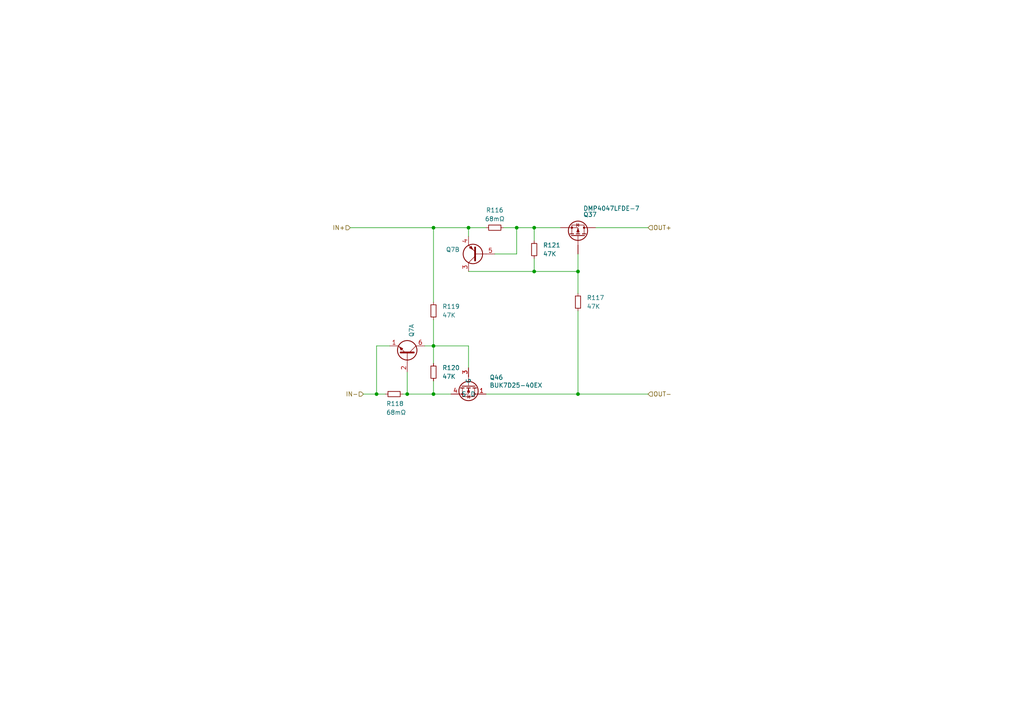
<source format=kicad_sch>
(kicad_sch (version 20250114) (generator "eeschema") (generator_version "9.0")
  (paper "A4")
  (title_block (title "Control Unit 2") (date "2024-12-09") (rev "1"))
  (lib_symbols
    (symbol "Device:R_Small" (pin_numbers (hide yes)) (pin_names (offset 0.254) (hide yes))
      (property "Reference" "R" (at 0.762 0.508 0))
      (property "Value" "R_Small" (at 0.762 -1.016 0))
      (symbol "R_Small_0_1"
        (rectangle (start -0.762 1.778) (end 0.762 -1.778) (stroke (width 0.2032)))
      )
      (symbol "R_Small_1_1"
        (pin passive line (at 0 2.54 270) (length 0.762) (name "~") (number "1"))
        (pin passive line (at 0 -2.54 90) (length 0.762) (name "~") (number "2"))
      )
    )
    (symbol "My_Libraries:BUK7D25-40EX"
      (property "Reference" "Q" (at 0 -7.62 0))
      (property "Value" "BUK7D25-40EX" (at 0 -12.7 0))
      (symbol "BUK7D25-40EX_0_1"
        (polyline (pts (xy -2.54 0) (xy -5.334 0)))
        (polyline (pts (xy -2.286 1.905) (xy -2.286 -1.905)) (stroke (width 0.254)))
        (polyline (pts (xy -1.778 2.286) (xy -1.778 1.27)) (stroke (width 0.254)))
        (polyline (pts (xy -1.778 0.508) (xy -1.778 -0.508)) (stroke (width 0.254)))
        (polyline (pts (xy -1.778 -1.27) (xy -1.778 -2.286)) (stroke (width 0.254)))
        (polyline (pts (xy -1.778 -1.778) (xy 0.762 -1.778) (xy 0.762 1.778) (xy -1.778 1.778)))
        (polyline (pts (xy -1.524 0) (xy -0.508 0.381) (xy -0.508 -0.381) (xy -1.524 0)) (fill (type outline)))
        (circle (center -0.889 0) (radius 2.794) (stroke (width 0.254)))
        (polyline (pts (xy 0 2.54) (xy 0 1.778)))
        (circle (center 0 1.778) (radius 0.254) (fill (type outline)))
        (circle (center 0 -1.778) (radius 0.254) (fill (type outline)))
        (polyline (pts (xy 0 -2.54) (xy 0 0) (xy -1.778 0)))
        (polyline (pts (xy 0.254 0.508) (xy 0.381 0.381) (xy 1.143 0.381) (xy 1.27 0.254)))
        (polyline (pts (xy 0.762 0.381) (xy 0.381 -0.254) (xy 1.143 -0.254) (xy 0.762 0.381)))
      )
      (symbol "BUK7D25-40EX_1_1"
        (pin passive line (at -7.62 0 0) (length 2.54) (name "G") (number "3"))
        (pin input line (at 0 5.08 270) (length 2.54) (name "D") (number "1"))
        (pin input line (at 0 5.08 270) (length 2.54) (hide yes) (name "D") (number "2"))
        (pin input line (at 0 5.08 270) (length 2.54) (hide yes) (name "D") (number "5"))
        (pin input line (at 0 5.08 270) (length 2.54) (hide yes) (name "D") (number "6"))
        (pin input line (at 0 5.08 270) (length 2.54) (hide yes) (name "D") (number "7"))
        (pin passive line (at 0 -5.08 90) (length 2.54) (name "S") (number "4"))
        (pin input line (at 0 -5.08 90) (length 2.54) (hide yes) (name "S") (number "8"))
      )
    )
    (symbol "My_Libraries:DMP4047LFDE-7" (pin_numbers (hide yes)) (pin_names (hide yes))
      (property "Reference" "Q" (at -12.7 10.16 0))
      (property "Value" "DMP4047LFDE-7" (at -12.7 10.16 0))
      (symbol "DMP4047LFDE-7_0_1"
        (polyline (pts (xy -2.286 1.905) (xy -2.286 -1.905)) (stroke (width 0.254)))
        (polyline (pts (xy -2.286 0) (xy -5.08 0)))
        (polyline (pts (xy -1.778 2.286) (xy -1.778 1.27)) (stroke (width 0.254)))
        (polyline (pts (xy -1.778 1.778) (xy 0.762 1.778) (xy 0.762 -1.778) (xy -1.778 -1.778)))
        (polyline (pts (xy -1.778 0.508) (xy -1.778 -0.508)) (stroke (width 0.254)))
        (polyline (pts (xy -1.778 -1.27) (xy -1.778 -2.286)) (stroke (width 0.254)))
        (circle (center -0.889 0) (radius 2.794) (stroke (width 0.254)))
        (polyline (pts (xy -0.254 0) (xy -1.27 0.381) (xy -1.27 -0.381) (xy -0.254 0)) (fill (type outline)))
        (polyline (pts (xy 0 2.54) (xy 0 1.778)))
        (circle (center 0 1.778) (radius 0.254) (fill (type outline)))
        (circle (center 0 -1.778) (radius 0.254) (fill (type outline)))
        (polyline (pts (xy 0 -2.54) (xy 0 0) (xy -1.778 0)))
        (polyline (pts (xy 0.254 -0.508) (xy 0.381 -0.381) (xy 1.143 -0.381) (xy 1.27 -0.254)))
        (polyline (pts (xy 0.762 -0.381) (xy 0.381 0.254) (xy 1.143 0.254) (xy 0.762 -0.381)))
      )
      (symbol "DMP4047LFDE-7_1_1"
        (pin input line (at -7.62 0 0) (length 2.54) (name "G") (number "2"))
        (pin passive line (at 0 5.08 270) (length 2.54) (name "D") (number "1"))
        (pin passive line (at 0 -5.08 90) (length 2.54) (name "S") (number "3"))
      )
    )
    (symbol "Transistor_BJT:Q_Dual_NPN_PNP_E1B1C2E2B2C1" (pin_names (offset 0) (hide yes))
      (property "Reference" "Q" (at 5.08 1.27 0))
      (property "Value" "Q_Dual_NPN_PNP_E1B1C2E2B2C1" (at 5.08 -1.27 0))
      (symbol "Q_Dual_NPN_PNP_E1B1C2E2B2C1_0_1"
        (polyline (pts (xy 0.635 1.905) (xy 0.635 -1.905)) (stroke (width 0.508)))
        (polyline (pts (xy 0.635 0.635) (xy 2.54 2.54)))
        (polyline (pts (xy 0.635 0) (xy -2.54 0)))
        (polyline (pts (xy 0.635 -0.635) (xy 2.54 -2.54)))
        (circle (center 1.27 0) (radius 2.8194) (stroke (width 0.254)))
      )
      (symbol "Q_Dual_NPN_PNP_E1B1C2E2B2C1_1_1"
        (polyline (pts (xy 1.27 -1.778) (xy 1.778 -1.27) (xy 2.286 -2.286) (xy 1.27 -1.778)) (fill (type outline)))
        (pin input line (at -5.08 0 0) (length 2.54) (name "B1") (number "2"))
        (pin passive line (at 2.54 5.08 270) (length 2.54) (name "C1") (number "6"))
        (pin passive line (at 2.54 -5.08 90) (length 2.54) (name "E1") (number "1"))
      )
      (symbol "Q_Dual_NPN_PNP_E1B1C2E2B2C1_2_1"
        (polyline (pts (xy 2.286 -1.778) (xy 1.778 -2.286) (xy 1.27 -1.27) (xy 2.286 -1.778)) (fill (type outline)))
        (pin input line (at -5.08 0 0) (length 2.54) (name "B2") (number "5"))
        (pin passive line (at 2.54 5.08 270) (length 2.54) (name "C2") (number "3"))
        (pin passive line (at 2.54 -5.08 90) (length 2.54) (name "E2") (number "4"))
      )
    )
  )
  (junction (at 125.73 100.33))
  (junction (at 149.86 66.04))
  (junction (at 167.64 114.3))
  (junction (at 125.73 114.3))
  (junction (at 167.64 78.74))
  (junction (at 154.94 66.04))
  (junction (at 109.22 114.3))
  (junction (at 118.11 114.3))
  (junction (at 125.73 66.04))
  (junction (at 154.94 78.74))
  (junction (at 135.89 66.04))
  (wire (pts (xy 143.51 73.66) (xy 149.86 73.66)))
  (wire (pts (xy 135.89 100.33) (xy 135.89 106.68)))
  (wire (pts (xy 109.22 100.33) (xy 109.22 114.3)))
  (wire (pts (xy 125.73 100.33) (xy 123.19 100.33)))
  (wire (pts (xy 125.73 92.71) (xy 125.73 100.33)))
  (wire (pts (xy 167.64 78.74) (xy 167.64 85.09)))
  (wire (pts (xy 125.73 110.49) (xy 125.73 114.3)))
  (wire (pts (xy 154.94 74.93) (xy 154.94 78.74)))
  (wire (pts (xy 172.72 66.04) (xy 187.96 66.04)))
  (wire (pts (xy 111.76 114.3) (xy 109.22 114.3)))
  (wire (pts (xy 167.64 90.17) (xy 167.64 114.3)))
  (wire (pts (xy 118.11 114.3) (xy 116.84 114.3)))
  (wire (pts (xy 167.64 78.74) (xy 167.64 73.66)))
  (wire (pts (xy 154.94 78.74) (xy 167.64 78.74)))
  (wire (pts (xy 125.73 100.33) (xy 125.73 105.41)))
  (wire (pts (xy 154.94 66.04) (xy 154.94 69.85)))
  (wire (pts (xy 140.97 114.3) (xy 167.64 114.3)))
  (wire (pts (xy 101.6 66.04) (xy 125.73 66.04)))
  (wire (pts (xy 125.73 87.63) (xy 125.73 66.04)))
  (wire (pts (xy 167.64 114.3) (xy 187.96 114.3)))
  (wire (pts (xy 125.73 66.04) (xy 135.89 66.04)))
  (wire (pts (xy 135.89 100.33) (xy 125.73 100.33)))
  (wire (pts (xy 149.86 66.04) (xy 146.05 66.04)))
  (wire (pts (xy 130.81 114.3) (xy 125.73 114.3)))
  (wire (pts (xy 109.22 114.3) (xy 105.41 114.3)))
  (wire (pts (xy 135.89 66.04) (xy 135.89 68.58)))
  (wire (pts (xy 154.94 66.04) (xy 162.56 66.04)))
  (wire (pts (xy 149.86 73.66) (xy 149.86 66.04)))
  (wire (pts (xy 118.11 107.95) (xy 118.11 114.3)))
  (wire (pts (xy 140.97 66.04) (xy 135.89 66.04)))
  (wire (pts (xy 113.03 100.33) (xy 109.22 100.33)))
  (wire (pts (xy 125.73 114.3) (xy 118.11 114.3)))
  (wire (pts (xy 149.86 66.04) (xy 154.94 66.04)))
  (wire (pts (xy 135.89 78.74) (xy 154.94 78.74)))
  (hierarchical_label "IN+" (shape input) (at 101.6 66.04 180))
  (hierarchical_label "OUT+" (shape input) (at 187.96 66.04 0))
  (hierarchical_label "OUT-" (shape input) (at 187.96 114.3 0))
  (hierarchical_label "IN-" (shape input) (at 105.41 114.3 180))
  (symbol (lib_id "Device:R_Small") (at 114.3 114.3 270) (unit 1)
    (property "Reference" "R118" (at 112.014 117.094 90) (effects (justify left)))
    (property "Value" "68mΩ" (at 112.014 119.634 90) (effects (justify left)))
    (property "Footprint" "Resistor_SMD:R_1210_3225Metric" (effects (hide yes)))
    (property "Description" "Resistor, small symbol" (effects (hide yes)))
  )
  (symbol (lib_id "Device:R_Small") (at 154.94 72.39 0) (unit 1)
    (property "Reference" "R121" (at 157.48 71.1199 0) (effects (justify left)))
    (property "Value" "47K" (at 157.48 73.6599 0) (effects (justify left)))
    (property "Footprint" "Resistor_SMD:R_0603_1608Metric" (effects (hide yes)))
    (property "Description" "Resistor, small symbol" (effects (hide yes)))
  )
  (symbol (lib_id "Device:R_Small") (at 125.73 90.17 0) (unit 1)
    (property "Reference" "R119" (at 128.27 88.8999 0) (effects (justify left)))
    (property "Value" "47K" (at 128.27 91.4399 0) (effects (justify left)))
    (property "Footprint" "Resistor_SMD:R_0603_1608Metric" (effects (hide yes)))
    (property "Description" "Resistor, small symbol" (effects (hide yes)))
  )
  (symbol (lib_id "Device:R_Small") (at 143.51 66.04 270) (unit 1)
    (property "Reference" "R116" (at 143.51 60.96 90))
    (property "Value" "68mΩ" (at 143.51 63.5 90))
    (property "Footprint" "Resistor_SMD:R_1210_3225Metric" (effects (hide yes)))
    (property "Description" "Resistor, small symbol" (effects (hide yes)))
  )
  (symbol (lib_id "Device:R_Small") (at 125.73 107.95 0) (unit 1)
    (property "Reference" "R120" (at 128.27 106.6799 0) (effects (justify left)))
    (property "Value" "47K" (at 128.27 109.2199 0) (effects (justify left)))
    (property "Footprint" "Resistor_SMD:R_0603_1608Metric" (effects (hide yes)))
    (property "Description" "Resistor, small symbol" (effects (hide yes)))
  )
  (symbol (lib_id "Device:R_Small") (at 167.64 87.63 0) (unit 1)
    (property "Reference" "R117" (at 170.18 86.3599 0) (effects (justify left)))
    (property "Value" "47K" (at 170.18 88.8999 0) (effects (justify left)))
    (property "Footprint" "Resistor_SMD:R_0603_1608Metric" (effects (hide yes)))
    (property "Description" "Resistor, small symbol" (effects (hide yes)))
  )
  (symbol (lib_id "Transistor_BJT:Q_Dual_NPN_PNP_E1B1C2E2B2C1") (at 138.43 73.66 180) (unit 2)
    (property "Reference" "Q7" (at 133.35 72.3899 0) (effects (justify left)))
    (property "Value" "Q_Dual_NPN_PNP_E1B1C2E2B2C1" (effects (hide yes)))
    (property "Footprint" "Package_TO_SOT_SMD:SOT-363_SC-70-6" (effects (hide yes)))
    (property "Description" "Dual NPN/PNP transistor, 6 pin package" (effects (hide yes)))
  )
  (symbol (lib_id "My_Libraries:BUK7D25-40EX") (at 135.89 114.3 270) (unit 1)
    (property "Reference" "Q46" (at 141.986 109.474 90) (effects (justify left)))
    (property "Value" "BUK7D25-40EX" (at 141.986 111.76 90) (effects (justify left)))
    (property "Footprint" "Package_DFN_QFN:Diodes_UDFN2020-6_Type-F" (effects (hide yes)))
  )
  (symbol (lib_id "Transistor_BJT:Q_Dual_NPN_PNP_E1B1C2E2B2C1") (at 118.11 102.87 270) (mirror x) (unit 1)
    (property "Reference" "Q7" (at 119.3801 97.79 0) (effects (justify left)))
    (property "Value" "Q_Dual_NPN_PNP_E1B1C2E2B2C1" (effects (hide yes)))
    (property "Footprint" "Package_TO_SOT_SMD:SOT-363_SC-70-6" (effects (hide yes)))
    (property "Description" "Dual NPN/PNP transistor, 6 pin package" (effects (hide yes)))
  )
  (symbol (lib_id "My_Libraries:DMP4047LFDE-7") (at 167.64 66.04 270) (mirror x) (unit 1)
    (property "Reference" "Q37" (at 169.164 62.23 90) (effects (justify left)))
    (property "Value" "DMP4047LFDE-7" (at 169.164 60.452 90) (effects (justify left)))
    (property "Footprint" "My_Footprints:Diodes_Inc_U-DFN2020-6 (Type E)" (effects (hide yes)))
    (property "Description" "P-CHANNEL MOSFET 40V 33mΩ 6Α" (effects (hide yes)))
  )
)
</source>
